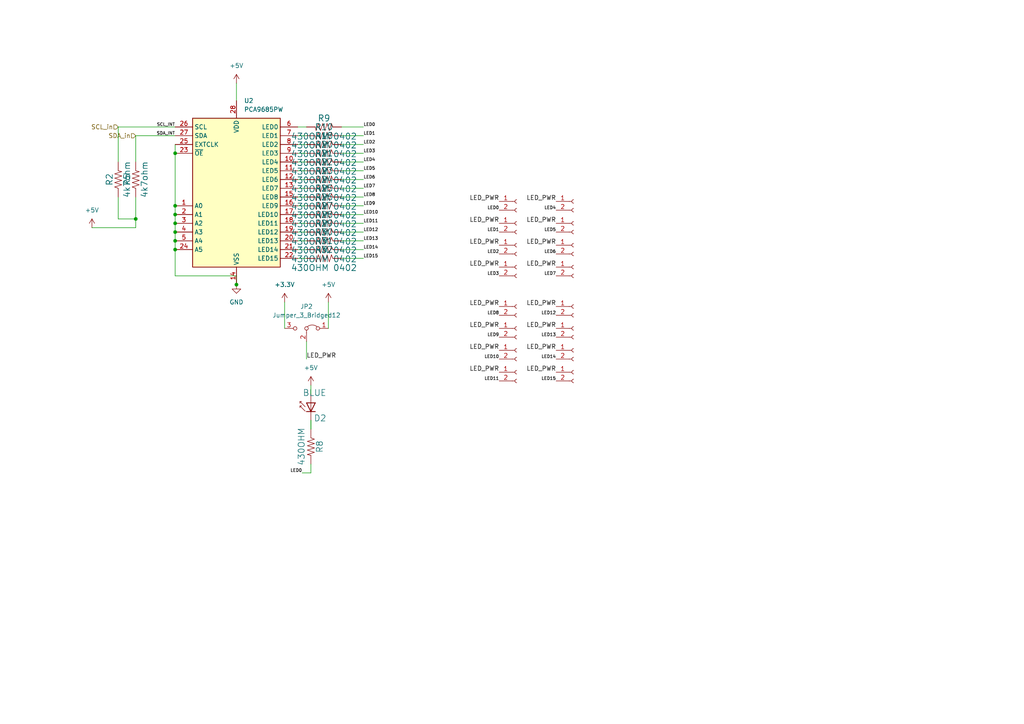
<source format=kicad_sch>
(kicad_sch (version 20231120) (generator "eeschema") (generator_version "8.0")
  (paper "A4")
  (lib_symbols
    (symbol "Connector:Conn_01x02_Socket" (pin_names (offset 1.016) hide)
      (property "Reference" "J" (at 0 2.54 0))
      (property "Value" "Conn_01x02_Socket" (at 0 -5.08 0))
      (symbol "Conn_01x02_Socket_1_1"
        (arc (start 0 -2.032) (mid -0.5058 -2.54) (end 0 -3.048) (stroke (width 0.1524)))
        (polyline (pts (xy -1.27 -2.54) (xy -0.508 -2.54)) (stroke (width 0.1524)))
        (polyline (pts (xy -1.27 0) (xy -0.508 0)) (stroke (width 0.1524)))
        (arc (start 0 0.508) (mid -0.5058 0) (end 0 -0.508) (stroke (width 0.1524)))
        (pin passive line (at -5.08 0 0) (length 3.81) (name "Pin_1") (number "1"))
        (pin passive line (at -5.08 -2.54 0) (length 3.81) (name "Pin_2") (number "2"))
      )
    )
    (symbol "Driver_LED:PCA9685PW"
      (property "Reference" "U" (at -12.7 22.225 0))
      (property "Value" "PCA9685PW" (at 1.27 22.225 0))
      (symbol "PCA9685PW_0_1"
        (rectangle (start -12.7 20.32) (end 12.7 -22.86) (stroke (width 0.254)) (fill (type background)))
      )
      (symbol "PCA9685PW_1_1"
        (pin input line (at -17.78 -5.08 0) (length 5.08) (name "A0") (number "1"))
        (pin output line (at 17.78 7.62 180) (length 5.08) (name "LED4") (number "10"))
        (pin output line (at 17.78 5.08 180) (length 5.08) (name "LED5") (number "11"))
        (pin output line (at 17.78 2.54 180) (length 5.08) (name "LED6") (number "12"))
        (pin output line (at 17.78 0 180) (length 5.08) (name "LED7") (number "13"))
        (pin power_in line (at 0 -27.94 90) (length 5.08) (name "VSS") (number "14"))
        (pin output line (at 17.78 -2.54 180) (length 5.08) (name "LED8") (number "15"))
        (pin output line (at 17.78 -5.08 180) (length 5.08) (name "LED9") (number "16"))
        (pin output line (at 17.78 -7.62 180) (length 5.08) (name "LED10") (number "17"))
        (pin output line (at 17.78 -10.16 180) (length 5.08) (name "LED11") (number "18"))
        (pin output line (at 17.78 -12.7 180) (length 5.08) (name "LED12") (number "19"))
        (pin input line (at -17.78 -7.62 0) (length 5.08) (name "A1") (number "2"))
        (pin output line (at 17.78 -15.24 180) (length 5.08) (name "LED13") (number "20"))
        (pin output line (at 17.78 -17.78 180) (length 5.08) (name "LED14") (number "21"))
        (pin output line (at 17.78 -20.32 180) (length 5.08) (name "LED15") (number "22"))
        (pin input line (at -17.78 10.16 0) (length 5.08) (name "~{OE}") (number "23"))
        (pin input line (at -17.78 -17.78 0) (length 5.08) (name "A5") (number "24"))
        (pin input line (at -17.78 12.7 0) (length 5.08) (name "EXTCLK") (number "25"))
        (pin input line (at -17.78 17.78 0) (length 5.08) (name "SCL") (number "26"))
        (pin bidirectional line (at -17.78 15.24 0) (length 5.08) (name "SDA") (number "27"))
        (pin power_in line (at 0 25.4 270) (length 5.08) (name "VDD") (number "28"))
        (pin input line (at -17.78 -10.16 0) (length 5.08) (name "A2") (number "3"))
        (pin input line (at -17.78 -12.7 0) (length 5.08) (name "A3") (number "4"))
        (pin input line (at -17.78 -15.24 0) (length 5.08) (name "A4") (number "5"))
        (pin output line (at 17.78 17.78 180) (length 5.08) (name "LED0") (number "6"))
        (pin output line (at 17.78 15.24 180) (length 5.08) (name "LED1") (number "7"))
        (pin output line (at 17.78 12.7 180) (length 5.08) (name "LED2") (number "8"))
        (pin output line (at 17.78 10.16 180) (length 5.08) (name "LED3") (number "9"))
      )
    )
    (symbol "Jumper:Jumper_3_Bridged12" (pin_names (offset 0) hide)
      (property "Reference" "JP" (at -2.54 -2.54 0))
      (property "Value" "Jumper_3_Bridged12" (at 0 2.794 0))
      (symbol "Jumper_3_Bridged12_0_0"
        (circle (center -3.302 0) (radius 0.508))
        (circle (center 0 0) (radius 0.508))
        (circle (center 3.302 0) (radius 0.508))
      )
      (symbol "Jumper_3_Bridged12_0_1"
        (arc (start -0.254 0.508) (mid -1.651 0.9912) (end -3.048 0.508))
        (polyline (pts (xy 0 -1.27) (xy 0 -0.508)))
      )
      (symbol "Jumper_3_Bridged12_1_1"
        (pin passive line (at -6.35 0 0) (length 2.54) (name "A") (number "1"))
        (pin passive line (at 0 -3.81 90) (length 2.54) (name "C") (number "2"))
        (pin passive line (at 6.35 0 180) (length 2.54) (name "B") (number "3"))
      )
    )
    (symbol "LED:LD271" (pin_numbers hide) (pin_names (offset 1.016) hide)
      (property "Reference" "D" (at 0.508 1.778 0))
      (property "Value" "LD271" (at -1.016 -2.794 0))
      (symbol "LD271_0_1"
        (polyline (pts (xy -2.54 1.27) (xy -2.54 -1.27)) (stroke (width 0.254)))
        (polyline (pts (xy 0 0) (xy -2.54 0)))
        (polyline (pts (xy 0.381 3.175) (xy -0.127 3.175)))
        (polyline (pts (xy -1.143 1.651) (xy 0.381 3.175) (xy 0.381 2.667)))
        (polyline (pts (xy 0 -1.27) (xy -2.54 0) (xy 0 1.27) (xy 0 -1.27)) (stroke (width 0.254)))
        (polyline (pts (xy -2.413 1.651) (xy -0.889 3.175) (xy -0.889 2.667) (xy -0.889 3.175) (xy -1.397 3.175)))
      )
      (symbol "LD271_1_1"
        (pin passive line (at -5.08 0 0) (length 2.54) (name "K") (number "1"))
        (pin passive line (at 2.54 0 180) (length 2.54) (name "A") (number "2"))
      )
    )
    (symbol "SparkFun_Qwiic_Micro_SAMD21E-eagle-import:10KOHM-0402-1/16W-1%"
      (property "Reference" "R" (at 0 1.524 0))
      (symbol "10KOHM-0402-1/16W-1%_1_0"
        (polyline (pts (xy -2.54 0) (xy -2.159 1.016)) (stroke (width 0.1524)))
        (polyline (pts (xy -2.159 1.016) (xy -1.524 -1.016)) (stroke (width 0.1524)))
        (polyline (pts (xy -1.524 -1.016) (xy -0.889 1.016)) (stroke (width 0.1524)))
        (polyline (pts (xy -0.889 1.016) (xy -0.254 -1.016)) (stroke (width 0.1524)))
        (polyline (pts (xy -0.254 -1.016) (xy 0.381 1.016)) (stroke (width 0.1524)))
        (polyline (pts (xy 0.381 1.016) (xy 1.016 -1.016)) (stroke (width 0.1524)))
        (polyline (pts (xy 1.016 -1.016) (xy 1.651 1.016)) (stroke (width 0.1524)))
        (polyline (pts (xy 1.651 1.016) (xy 2.286 -1.016)) (stroke (width 0.1524)))
        (polyline (pts (xy 2.286 -1.016) (xy 2.54 0)) (stroke (width 0.1524)))
        (pin passive line (at -5.08 0 0) (length 2.54) (name "1") (number "1"))
        (pin passive line (at 5.08 0 180) (length 2.54) (name "2") (number "2"))
      )
    )
    (symbol "SparkFun_Qwiic_Micro_SAMD21E-eagle-import:1KOHM-0402-1/16W-1%"
      (property "Reference" "R" (at 0 1.524 0))
      (symbol "1KOHM-0402-1/16W-1%_1_0"
        (polyline (pts (xy -2.54 0) (xy -2.159 1.016)) (stroke (width 0.1524)))
        (polyline (pts (xy -2.159 1.016) (xy -1.524 -1.016)) (stroke (width 0.1524)))
        (polyline (pts (xy -1.524 -1.016) (xy -0.889 1.016)) (stroke (width 0.1524)))
        (polyline (pts (xy -0.889 1.016) (xy -0.254 -1.016)) (stroke (width 0.1524)))
        (polyline (pts (xy -0.254 -1.016) (xy 0.381 1.016)) (stroke (width 0.1524)))
        (polyline (pts (xy 0.381 1.016) (xy 1.016 -1.016)) (stroke (width 0.1524)))
        (polyline (pts (xy 1.016 -1.016) (xy 1.651 1.016)) (stroke (width 0.1524)))
        (polyline (pts (xy 1.651 1.016) (xy 2.286 -1.016)) (stroke (width 0.1524)))
        (polyline (pts (xy 2.286 -1.016) (xy 2.54 0)) (stroke (width 0.1524)))
        (pin passive line (at -5.08 0 0) (length 2.54) (name "1") (number "1"))
        (pin passive line (at 5.08 0 180) (length 2.54) (name "2") (number "2"))
      )
    )
    (symbol "power:+3.3V" (power) (pin_names (offset 0))
      (property "Value" "+3.3V" (at 0 3.556 0))
      (symbol "+3.3V_0_1"
        (polyline (pts (xy -0.762 1.27) (xy 0 2.54)))
        (polyline (pts (xy 0 0) (xy 0 2.54)))
        (polyline (pts (xy 0 2.54) (xy 0.762 1.27)))
      )
      (symbol "+3.3V_1_1"
        (pin power_in line (at 0 0 90) (length 0) hide (name "+3.3V") (number "1"))
      )
    )
    (symbol "power:+5V" (power) (pin_names (offset 0))
      (property "Value" "+5V" (at 0 3.556 0))
      (symbol "+5V_0_1"
        (polyline (pts (xy -0.762 1.27) (xy 0 2.54)))
        (polyline (pts (xy 0 0) (xy 0 2.54)))
        (polyline (pts (xy 0 2.54) (xy 0.762 1.27)))
      )
      (symbol "+5V_1_1"
        (pin power_in line (at 0 0 90) (length 0) hide (name "+5V") (number "1"))
      )
    )
    (symbol "power:GND" (power) (pin_names (offset 0))
      (property "Value" "GND" (at 0 -3.81 0))
      (symbol "GND_0_1"
        (polyline (pts (xy 0 0) (xy 0 -1.27) (xy 1.27 -1.27) (xy 0 -2.54) (xy -1.27 -1.27) (xy 0 -1.27)))
      )
      (symbol "GND_1_1"
        (pin power_in line (at 0 0 270) (length 0) hide (name "GND") (number "1"))
      )
    )
  )
  (junction (at 39.37 63.5))
  (junction (at 50.8 72.39))
  (junction (at 50.8 59.69))
  (junction (at 50.8 69.85))
  (junction (at 50.8 67.31))
  (junction (at 50.8 64.77))
  (junction (at 68.58 82.55))
  (junction (at 50.8 44.45))
  (junction (at 50.8 62.23))
  (wire (pts (xy 88.9 44.45) (xy 86.36 44.45)))
  (wire (pts (xy 88.9 69.85) (xy 86.36 69.85)))
  (wire (pts (xy 88.9 64.77) (xy 86.36 64.77)))
  (wire (pts (xy 50.8 59.69) (xy 50.8 62.23)))
  (wire (pts (xy 39.37 57.15) (xy 39.37 63.5)))
  (wire (pts (xy 88.9 49.53) (xy 86.36 49.53)))
  (wire (pts (xy 105.41 74.93) (xy 99.06 74.93)))
  (wire (pts (xy 105.41 41.91) (xy 99.06 41.91)))
  (wire (pts (xy 39.37 39.37) (xy 39.37 46.99)))
  (wire (pts (xy 105.41 54.61) (xy 99.06 54.61)))
  (wire (pts (xy 88.9 74.93) (xy 86.36 74.93)))
  (wire (pts (xy 50.8 44.45) (xy 50.8 59.69)))
  (wire (pts (xy 105.41 44.45) (xy 99.06 44.45)))
  (wire (pts (xy 105.41 49.53) (xy 99.06 49.53)))
  (wire (pts (xy 34.29 57.15) (xy 34.29 63.5)))
  (wire (pts (xy 105.41 39.37) (xy 99.06 39.37)))
  (wire (pts (xy 50.8 67.31) (xy 50.8 69.85)))
  (wire (pts (xy 68.58 80.01) (xy 68.58 82.55)))
  (wire (pts (xy 88.9 62.23) (xy 86.36 62.23)))
  (wire (pts (xy 105.41 69.85) (xy 99.06 69.85)))
  (wire (pts (xy 50.8 41.91) (xy 50.8 44.45)))
  (wire (pts (xy 88.9 99.06) (xy 88.9 104.14)))
  (wire (pts (xy 105.41 46.99) (xy 99.06 46.99)))
  (wire (pts (xy 88.9 54.61) (xy 86.36 54.61)))
  (wire (pts (xy 34.29 36.83) (xy 34.29 46.99)))
  (wire (pts (xy 88.9 59.69) (xy 86.36 59.69)))
  (wire (pts (xy 90.17 121.92) (xy 90.17 124.46)))
  (wire (pts (xy 88.9 67.31) (xy 86.36 67.31)))
  (wire (pts (xy 105.41 72.39) (xy 99.06 72.39)))
  (wire (pts (xy 50.8 62.23) (xy 50.8 64.77)))
  (wire (pts (xy 105.41 57.15) (xy 99.06 57.15)))
  (wire (pts (xy 105.41 52.07) (xy 99.06 52.07)))
  (wire (pts (xy 105.41 67.31) (xy 99.06 67.31)))
  (wire (pts (xy 50.8 69.85) (xy 50.8 72.39)))
  (wire (pts (xy 50.8 72.39) (xy 50.8 80.01)))
  (wire (pts (xy 90.17 134.62) (xy 90.17 137.16)) (stroke (width 0.1524)))
  (wire (pts (xy 105.41 59.69) (xy 99.06 59.69)))
  (wire (pts (xy 88.9 72.39) (xy 86.36 72.39)))
  (wire (pts (xy 90.17 114.3) (xy 90.17 111.76)) (stroke (width 0.1524)))
  (wire (pts (xy 88.9 52.07) (xy 86.36 52.07)))
  (wire (pts (xy 90.17 121.92) (xy 90.17 124.46)) (stroke (width 0.1524)))
  (wire (pts (xy 50.8 80.01) (xy 68.58 80.01)))
  (wire (pts (xy 88.9 39.37) (xy 86.36 39.37)))
  (wire (pts (xy 90.17 137.16) (xy 87.63 137.16)) (stroke (width 0.1524)))
  (wire (pts (xy 39.37 66.04) (xy 39.37 63.5)))
  (wire (pts (xy 50.8 64.77) (xy 50.8 67.31)))
  (wire (pts (xy 95.25 87.63) (xy 95.25 95.25)))
  (wire (pts (xy 34.29 63.5) (xy 39.37 63.5)))
  (wire (pts (xy 105.41 62.23) (xy 99.06 62.23)))
  (wire (pts (xy 82.55 87.63) (xy 82.55 95.25)))
  (wire (pts (xy 68.58 24.13) (xy 68.58 29.21)))
  (wire (pts (xy 50.8 39.37) (xy 39.37 39.37)))
  (wire (pts (xy 88.9 57.15) (xy 86.36 57.15)))
  (wire (pts (xy 105.41 64.77) (xy 99.06 64.77)))
  (wire (pts (xy 26.67 66.04) (xy 39.37 66.04)))
  (wire (pts (xy 88.9 41.91) (xy 86.36 41.91)))
  (wire (pts (xy 105.41 36.83) (xy 99.06 36.83)))
  (wire (pts (xy 88.9 36.83) (xy 86.36 36.83)))
  (wire (pts (xy 50.8 36.83) (xy 34.29 36.83)))
  (wire (pts (xy 88.9 46.99) (xy 86.36 46.99)))
  (label "LED4" (at 105.41 46.99 0) (effects (font (size 0.889 0.889))))
  (label "LED9" (at 144.78 97.79 180) (effects (font (size 0.889 0.889))))
  (label "LED14" (at 161.29 104.14 180) (effects (font (size 0.889 0.889))))
  (label "LED2" (at 105.41 41.91 0) (effects (font (size 0.889 0.889))))
  (label "LED0" (at 144.78 60.96 180) (effects (font (size 0.889 0.889))))
  (label "LED11" (at 105.41 64.77 0) (effects (font (size 0.889 0.889))))
  (label "LED6" (at 105.41 52.07 0) (effects (font (size 0.889 0.889))))
  (label "LED1" (at 105.41 39.37 0) (effects (font (size 0.889 0.889))))
  (label "LED_PWR" (at 161.29 95.25 180))
  (label "LED10" (at 144.78 104.14 180) (effects (font (size 0.889 0.889))))
  (label "SCL_INT" (at 50.8 36.83 180) (effects (font (size 0.889 0.889))))
  (label "LED14" (at 105.41 72.39 0) (effects (font (size 0.889 0.889))))
  (label "LED7" (at 161.29 80.01 180) (effects (font (size 0.889 0.889))))
  (label "LED12" (at 161.29 91.44 180) (effects (font (size 0.889 0.889))))
  (label "LED15" (at 161.29 110.49 180) (effects (font (size 0.889 0.889))))
  (label "LED_PWR" (at 144.78 58.42 180))
  (label "LED11" (at 144.78 110.49 180) (effects (font (size 0.889 0.889))))
  (label "LED_PWR" (at 161.29 88.9 180))
  (label "LED9" (at 105.41 59.69 0) (effects (font (size 0.889 0.889))))
  (label "LED3" (at 105.41 44.45 0) (effects (font (size 0.889 0.889))))
  (label "LED15" (at 105.41 74.93 0) (effects (font (size 0.889 0.889))))
  (label "LED3" (at 144.78 80.01 180) (effects (font (size 0.889 0.889))))
  (label "LED_PWR" (at 144.78 101.6 180))
  (label "LED_PWR" (at 144.78 88.9 180))
  (label "LED_PWR" (at 144.78 95.25 180))
  (label "LED1" (at 144.78 67.31 180) (effects (font (size 0.889 0.889))))
  (label "LED13" (at 105.41 69.85 0) (effects (font (size 0.889 0.889))))
  (label "LED4" (at 161.29 60.96 180) (effects (font (size 0.889 0.889))))
  (label "LED13" (at 161.29 97.79 180) (effects (font (size 0.889 0.889))))
  (label "LED5" (at 161.29 67.31 180) (effects (font (size 0.889 0.889))))
  (label "LED8" (at 105.41 57.15 0) (effects (font (size 0.889 0.889))))
  (label "LED0" (at 105.41 36.83 0) (effects (font (size 0.889 0.889))))
  (label "LED_PWR" (at 144.78 71.12 180))
  (label "LED5" (at 105.41 49.53 0) (effects (font (size 0.889 0.889))))
  (label "LED8" (at 144.78 91.44 180) (effects (font (size 0.889 0.889))))
  (label "LED10" (at 105.41 62.23 0) (effects (font (size 0.889 0.889))))
  (label "LED_PWR" (at 161.29 101.6 180))
  (label "LED_PWR" (at 161.29 107.95 180))
  (label "LED12" (at 105.41 67.31 0) (effects (font (size 0.889 0.889))))
  (label "LED2" (at 144.78 73.66 180) (effects (font (size 0.889 0.889))))
  (label "LED_PWR" (at 144.78 77.47 180))
  (label "LED0" (at 87.63 137.16 180) (effects (font (size 0.889 0.889))))
  (label "LED_PWR" (at 161.29 77.47 180))
  (label "LED7" (at 105.41 54.61 0) (effects (font (size 0.889 0.889))))
  (label "LED_PWR" (at 161.29 71.12 180))
  (label "LED6" (at 161.29 73.66 180) (effects (font (size 0.889 0.889))))
  (label "LED_PWR" (at 161.29 64.77 180))
  (label "LED_PWR" (at 161.29 58.42 180))
  (label "SDA_INT" (at 50.8 39.37 180) (effects (font (size 0.889 0.889))))
  (label "LED_PWR" (at 88.9 104.14 0))
  (label "LED_PWR" (at 144.78 107.95 180))
  (label "LED_PWR" (at 144.78 64.77 180))
  (hierarchical_label "SDA_in" (shape input) (at 39.37 39.37 180))
  (hierarchical_label "SCL_in" (shape input) (at 34.29 36.83 180))
  (symbol (lib_id "SparkFun_Qwiic_Micro_SAMD21E-eagle-import:1KOHM-0402-1/16W-1%") (at 93.98 52.07 0) (mirror y) (unit 1)
    (property "Reference" "R23" (at 93.98 50.546 0) (effects (font (size 1.778 1.778)) (justify bottom)))
    (property "Value" "430OHM 0402" (at 93.98 53.7972 0) (effects (font (size 1.778 1.778)) (justify top)))
    (property "Footprint" "Resistor_SMD:R_0402_1005Metric_Pad0.72x0.64mm_HandSolder" (effects (hide yes)))
    (property "Mouser Part Number" "603-RC0402JR-07430RL" (effects (hide yes)))
  )
  (symbol (lib_id "Connector:Conn_01x02_Socket") (at 149.86 107.95 0) (unit 1)
    (property "Reference" "J22" (effects (hide yes)))
    (property "Value" "Conn_01x02_Socket" (effects (hide yes)))
    (property "Footprint" "SnapEDA Library:jst_gh_2p_1.25" (effects (hide yes)))
  )
  (symbol (lib_id "SparkFun_Qwiic_Micro_SAMD21E-eagle-import:1KOHM-0402-1/16W-1%") (at 93.98 72.39 0) (mirror y) (unit 1)
    (property "Reference" "R31" (at 93.98 70.866 0) (effects (font (size 1.778 1.778)) (justify bottom)))
    (property "Value" "430OHM 0402" (at 93.98 74.1172 0) (effects (font (size 1.778 1.778)) (justify top)))
    (property "Footprint" "Resistor_SMD:R_0402_1005Metric_Pad0.72x0.64mm_HandSolder" (effects (hide yes)))
    (property "Mouser Part Number" "603-RC0402JR-07430RL" (effects (hide yes)))
  )
  (symbol (lib_id "Connector:Conn_01x02_Socket") (at 149.86 101.6 0) (unit 1)
    (property "Reference" "J21" (effects (hide yes)))
    (property "Value" "Conn_01x02_Socket" (effects (hide yes)))
    (property "Footprint" "SnapEDA Library:jst_gh_2p_1.25" (effects (hide yes)))
  )
  (symbol (lib_id "SparkFun_Qwiic_Micro_SAMD21E-eagle-import:1KOHM-0402-1/16W-1%") (at 93.98 49.53 0) (mirror y) (unit 1)
    (property "Reference" "R22" (at 93.98 48.006 0) (effects (font (size 1.778 1.778)) (justify bottom)))
    (property "Value" "430OHM 0402" (at 93.98 51.2572 0) (effects (font (size 1.778 1.778)) (justify top)))
    (property "Footprint" "Resistor_SMD:R_0402_1005Metric_Pad0.72x0.64mm_HandSolder" (effects (hide yes)))
    (property "Mouser Part Number" "603-RC0402JR-07430RL" (effects (hide yes)))
  )
  (symbol (lib_id "Connector:Conn_01x02_Socket") (at 166.37 107.95 0) (unit 1)
    (property "Reference" "J26" (effects (hide yes)))
    (property "Value" "Conn_01x02_Socket" (effects (hide yes)))
    (property "Footprint" "SnapEDA Library:jst_gh_2p_1.25" (effects (hide yes)))
  )
  (symbol (lib_id "SparkFun_Qwiic_Micro_SAMD21E-eagle-import:10KOHM-0402-1/16W-1%") (at 39.37 52.07 90) (unit 1)
    (property "Reference" "R5" (at 37.846 52.07 0) (effects (font (size 1.778 1.778)) (justify bottom)))
    (property "Value" "4k7ohm" (at 40.894 52.07 0) (effects (font (size 1.778 1.778)) (justify top)))
    (property "Footprint" "Resistor_SMD:R_0805_2012Metric_Pad1.20x1.40mm_HandSolder" (effects (hide yes)))
    (property "Mouser Part Number" "708-RMCF0805FT4K70" (effects (hide yes)))
  )
  (symbol (lib_id "Driver_LED:PCA9685PW") (at 68.58 54.61 0) (unit 1)
    (property "Reference" "U2" (at 70.7741 29.21 0) (effects (justify left)))
    (property "Value" "PCA9685PW" (at 70.7741 31.75 0) (effects (justify left)))
    (property "Footprint" "Package_SO:TSSOP-28_4.4x9.7mm_P0.65mm" (effects (hide yes)))
    (property "Datasheet" "http://www.nxp.com/docs/en/data-sheet/PCA9685.pdf" (effects (hide yes)))
    (property "Mouser Part Number" "771-PCA9685PW,112" (effects (hide yes)))
  )
  (symbol (lib_id "SparkFun_Qwiic_Micro_SAMD21E-eagle-import:1KOHM-0402-1/16W-1%") (at 93.98 67.31 0) (mirror y) (unit 1)
    (property "Reference" "R29" (at 93.98 65.786 0) (effects (font (size 1.778 1.778)) (justify bottom)))
    (property "Value" "430OHM 0402" (at 93.98 69.0372 0) (effects (font (size 1.778 1.778)) (justify top)))
    (property "Footprint" "Resistor_SMD:R_0402_1005Metric_Pad0.72x0.64mm_HandSolder" (effects (hide yes)))
    (property "Mouser Part Number" "603-RC0402JR-07430RL" (effects (hide yes)))
  )
  (symbol (lib_id "LED:LD271") (at 90.17 116.84 90) (unit 1)
    (property "Reference" "D2" (at 94.742 120.269 90) (effects (font (size 1.778 1.778)) (justify left bottom)))
    (property "Value" "BLUE" (at 94.742 114.935 90) (effects (font (size 1.778 1.778)) (justify left top)))
    (property "Footprint" "LED_SMD:LED_0805_2012Metric_Pad1.15x1.40mm_HandSolder" (effects (hide yes)))
    (property "Datasheet" "http://www.alliedelec.com/m/d/40788c34903a719969df15f1fbea1056.pdf" (effects (hide yes)))
    (property "Mouser Part Number" "710-150080BS75000" (effects (hide yes)))
  )
  (symbol (lib_id "power:+3.3V") (at 82.55 87.63 0) (unit 1)
    (property "Reference" "#PWR022" (effects (hide yes)))
    (property "Value" "+3.3V" (at 82.55 82.55 0))
  )
  (symbol (lib_id "SparkFun_Qwiic_Micro_SAMD21E-eagle-import:1KOHM-0402-1/16W-1%") (at 93.98 44.45 0) (mirror y) (unit 1)
    (property "Reference" "R20" (at 93.98 42.926 0) (effects (font (size 1.778 1.778)) (justify bottom)))
    (property "Value" "430OHM 0402" (at 93.98 46.1772 0) (effects (font (size 1.778 1.778)) (justify top)))
    (property "Footprint" "Resistor_SMD:R_0402_1005Metric_Pad0.72x0.64mm_HandSolder" (effects (hide yes)))
    (property "Mouser Part Number" "603-RC0402JR-07430RL" (effects (hide yes)))
  )
  (symbol (lib_id "SparkFun_Qwiic_Micro_SAMD21E-eagle-import:1KOHM-0402-1/16W-1%") (at 93.98 39.37 0) (mirror y) (unit 1)
    (property "Reference" "R10" (at 93.98 37.846 0) (effects (font (size 1.778 1.778)) (justify bottom)))
    (property "Value" "430OHM 0402" (at 93.98 41.0972 0) (effects (font (size 1.778 1.778)) (justify top)))
    (property "Footprint" "Resistor_SMD:R_0402_1005Metric_Pad0.72x0.64mm_HandSolder" (effects (hide yes)))
    (property "Mouser Part Number" "603-RC0402JR-07430RL" (effects (hide yes)))
  )
  (symbol (lib_id "Connector:Conn_01x02_Socket") (at 149.86 95.25 0) (unit 1)
    (property "Reference" "J20" (effects (hide yes)))
    (property "Value" "Conn_01x02_Socket" (effects (hide yes)))
    (property "Footprint" "SnapEDA Library:jst_gh_2p_1.25" (effects (hide yes)))
  )
  (symbol (lib_id "Connector:Conn_01x02_Socket") (at 149.86 58.42 0) (unit 1)
    (property "Reference" "J11" (effects (hide yes)))
    (property "Value" "Conn_01x02_Socket" (effects (hide yes)))
    (property "Footprint" "SnapEDA Library:jst_gh_2p_1.25" (effects (hide yes)))
  )
  (symbol (lib_id "SparkFun_Qwiic_Micro_SAMD21E-eagle-import:1KOHM-0402-1/16W-1%") (at 93.98 46.99 0) (mirror y) (unit 1)
    (property "Reference" "R21" (at 93.98 45.466 0) (effects (font (size 1.778 1.778)) (justify bottom)))
    (property "Value" "430OHM 0402" (at 93.98 48.7172 0) (effects (font (size 1.778 1.778)) (justify top)))
    (property "Footprint" "Resistor_SMD:R_0402_1005Metric_Pad0.72x0.64mm_HandSolder" (effects (hide yes)))
    (property "Mouser Part Number" "603-RC0402JR-07430RL" (effects (hide yes)))
  )
  (symbol (lib_id "Connector:Conn_01x02_Socket") (at 166.37 64.77 0) (unit 1)
    (property "Reference" "J16" (effects (hide yes)))
    (property "Value" "Conn_01x02_Socket" (effects (hide yes)))
    (property "Footprint" "SnapEDA Library:jst_gh_2p_1.25" (effects (hide yes)))
  )
  (symbol (lib_id "Jumper:Jumper_3_Bridged12") (at 88.9 95.25 0) (mirror y) (unit 1)
    (property "Reference" "JP2" (at 88.9 88.9 0))
    (property "Value" "Jumper_3_Bridged12" (at 88.9 91.44 0))
    (property "Footprint" "Jumper:SolderJumper-3_P1.3mm_Bridged12_RoundedPad1.0x1.5mm" (effects (hide yes)))
  )
  (symbol (lib_id "power:+5V") (at 90.17 111.76 0) (unit 1)
    (property "Reference" "#PWR018" (effects (hide yes)))
    (property "Value" "+5V" (at 90.17 106.68 0))
  )
  (symbol (lib_id "power:+5V") (at 95.25 87.63 0) (unit 1)
    (property "Reference" "#PWR023" (effects (hide yes)))
    (property "Value" "+5V" (at 95.25 82.55 0))
  )
  (symbol (lib_id "power:GND") (at 68.58 82.55 0) (unit 1)
    (property "Reference" "#PWR09" (effects (hide yes)))
    (property "Value" "GND" (at 68.58 87.63 0))
  )
  (symbol (lib_id "SparkFun_Qwiic_Micro_SAMD21E-eagle-import:1KOHM-0402-1/16W-1%") (at 93.98 62.23 0) (mirror y) (unit 1)
    (property "Reference" "R27" (at 93.98 60.706 0) (effects (font (size 1.778 1.778)) (justify bottom)))
    (property "Value" "430OHM 0402" (at 93.98 63.9572 0) (effects (font (size 1.778 1.778)) (justify top)))
    (property "Footprint" "Resistor_SMD:R_0402_1005Metric_Pad0.72x0.64mm_HandSolder" (effects (hide yes)))
    (property "Mouser Part Number" "603-RC0402JR-07430RL" (effects (hide yes)))
  )
  (symbol (lib_id "SparkFun_Qwiic_Micro_SAMD21E-eagle-import:1KOHM-0402-1/16W-1%") (at 93.98 69.85 0) (mirror y) (unit 1)
    (property "Reference" "R30" (at 93.98 68.326 0) (effects (font (size 1.778 1.778)) (justify bottom)))
    (property "Value" "430OHM 0402" (at 93.98 71.5772 0) (effects (font (size 1.778 1.778)) (justify top)))
    (property "Footprint" "Resistor_SMD:R_0402_1005Metric_Pad0.72x0.64mm_HandSolder" (effects (hide yes)))
    (property "Mouser Part Number" "603-RC0402JR-07430RL" (effects (hide yes)))
  )
  (symbol (lib_id "Connector:Conn_01x02_Socket") (at 149.86 71.12 0) (unit 1)
    (property "Reference" "J13" (effects (hide yes)))
    (property "Value" "Conn_01x02_Socket" (effects (hide yes)))
    (property "Footprint" "SnapEDA Library:jst_gh_2p_1.25" (effects (hide yes)))
  )
  (symbol (lib_id "Connector:Conn_01x02_Socket") (at 166.37 71.12 0) (unit 1)
    (property "Reference" "J17" (effects (hide yes)))
    (property "Value" "Conn_01x02_Socket" (effects (hide yes)))
    (property "Footprint" "SnapEDA Library:jst_gh_2p_1.25" (effects (hide yes)))
  )
  (symbol (lib_id "SparkFun_Qwiic_Micro_SAMD21E-eagle-import:1KOHM-0402-1/16W-1%") (at 93.98 59.69 0) (mirror y) (unit 1)
    (property "Reference" "R26" (at 93.98 58.166 0) (effects (font (size 1.778 1.778)) (justify bottom)))
    (property "Value" "430OHM 0402" (at 93.98 61.4172 0) (effects (font (size 1.778 1.778)) (justify top)))
    (property "Footprint" "Resistor_SMD:R_0402_1005Metric_Pad0.72x0.64mm_HandSolder" (effects (hide yes)))
    (property "Mouser Part Number" "603-RC0402JR-07430RL" (effects (hide yes)))
  )
  (symbol (lib_id "SparkFun_Qwiic_Micro_SAMD21E-eagle-import:1KOHM-0402-1/16W-1%") (at 93.98 36.83 0) (mirror y) (unit 1)
    (property "Reference" "R9" (at 93.98 35.306 0) (effects (font (size 1.778 1.778)) (justify bottom)))
    (property "Value" "430OHM 0402" (at 93.98 38.5572 0) (effects (font (size 1.778 1.778)) (justify top)))
    (property "Footprint" "Resistor_SMD:R_0402_1005Metric_Pad0.72x0.64mm_HandSolder" (effects (hide yes)))
    (property "Mouser Part Number" "603-RC0402JR-07430RL" (effects (hide yes)))
  )
  (symbol (lib_id "Connector:Conn_01x02_Socket") (at 149.86 88.9 0) (unit 1)
    (property "Reference" "J19" (effects (hide yes)))
    (property "Value" "Conn_01x02_Socket" (effects (hide yes)))
    (property "Footprint" "SnapEDA Library:jst_gh_2p_1.25" (effects (hide yes)))
  )
  (symbol (lib_id "Connector:Conn_01x02_Socket") (at 166.37 95.25 0) (unit 1)
    (property "Reference" "J24" (effects (hide yes)))
    (property "Value" "Conn_01x02_Socket" (effects (hide yes)))
    (property "Footprint" "SnapEDA Library:jst_gh_2p_1.25" (effects (hide yes)))
  )
  (symbol (lib_id "SparkFun_Qwiic_Micro_SAMD21E-eagle-import:1KOHM-0402-1/16W-1%") (at 93.98 57.15 0) (mirror y) (unit 1)
    (property "Reference" "R25" (at 93.98 55.626 0) (effects (font (size 1.778 1.778)) (justify bottom)))
    (property "Value" "430OHM 0402" (at 93.98 58.8772 0) (effects (font (size 1.778 1.778)) (justify top)))
    (property "Footprint" "Resistor_SMD:R_0402_1005Metric_Pad0.72x0.64mm_HandSolder" (effects (hide yes)))
    (property "Mouser Part Number" "603-RC0402JR-07430RL" (effects (hide yes)))
  )
  (symbol (lib_id "Connector:Conn_01x02_Socket") (at 149.86 64.77 0) (unit 1)
    (property "Reference" "J12" (effects (hide yes)))
    (property "Value" "Conn_01x02_Socket" (effects (hide yes)))
    (property "Footprint" "SnapEDA Library:jst_gh_2p_1.25" (effects (hide yes)))
  )
  (symbol (lib_id "Connector:Conn_01x02_Socket") (at 149.86 77.47 0) (unit 1)
    (property "Reference" "J14" (effects (hide yes)))
    (property "Value" "Conn_01x02_Socket" (effects (hide yes)))
    (property "Footprint" "SnapEDA Library:jst_gh_2p_1.25" (effects (hide yes)))
  )
  (symbol (lib_id "power:+5V") (at 68.58 24.13 0) (unit 1)
    (property "Reference" "#PWR06" (effects (hide yes)))
    (property "Value" "+5V" (at 68.58 19.05 0))
  )
  (symbol (lib_id "Connector:Conn_01x02_Socket") (at 166.37 58.42 0) (unit 1)
    (property "Reference" "J15" (effects (hide yes)))
    (property "Value" "Conn_01x02_Socket" (effects (hide yes)))
    (property "Footprint" "SnapEDA Library:jst_gh_2p_1.25" (effects (hide yes)))
  )
  (symbol (lib_id "Connector:Conn_01x02_Socket") (at 166.37 88.9 0) (unit 1)
    (property "Reference" "J23" (effects (hide yes)))
    (property "Value" "Conn_01x02_Socket" (effects (hide yes)))
    (property "Footprint" "SnapEDA Library:jst_gh_2p_1.25" (effects (hide yes)))
  )
  (symbol (lib_id "power:+5V") (at 26.67 66.04 0) (unit 1)
    (property "Reference" "#PWR01" (effects (hide yes)))
    (property "Value" "+5V" (at 26.67 60.96 0))
  )
  (symbol (lib_id "Connector:Conn_01x02_Socket") (at 166.37 101.6 0) (unit 1)
    (property "Reference" "J25" (effects (hide yes)))
    (property "Value" "Conn_01x02_Socket" (effects (hide yes)))
    (property "Footprint" "SnapEDA Library:jst_gh_2p_1.25" (effects (hide yes)))
  )
  (symbol (lib_id "SparkFun_Qwiic_Micro_SAMD21E-eagle-import:1KOHM-0402-1/16W-1%") (at 93.98 74.93 0) (mirror y) (unit 1)
    (property "Reference" "R32" (at 93.98 73.406 0) (effects (font (size 1.778 1.778)) (justify bottom)))
    (property "Value" "430OHM 0402" (at 93.98 76.6572 0) (effects (font (size 1.778 1.778)) (justify top)))
    (property "Footprint" "Resistor_SMD:R_0402_1005Metric_Pad0.72x0.64mm_HandSolder" (effects (hide yes)))
    (property "Mouser Part Number" "603-RC0402JR-07430RL" (effects (hide yes)))
  )
  (symbol (lib_id "SparkFun_Qwiic_Micro_SAMD21E-eagle-import:1KOHM-0402-1/16W-1%") (at 93.98 54.61 0) (mirror y) (unit 1)
    (property "Reference" "R24" (at 93.98 53.086 0) (effects (font (size 1.778 1.778)) (justify bottom)))
    (property "Value" "430OHM 0402" (at 93.98 56.3372 0) (effects (font (size 1.778 1.778)) (justify top)))
    (property "Footprint" "Resistor_SMD:R_0402_1005Metric_Pad0.72x0.64mm_HandSolder" (effects (hide yes)))
    (property "Mouser Part Number" "603-RC0402JR-07430RL" (effects (hide yes)))
  )
  (symbol (lib_id "SparkFun_Qwiic_Micro_SAMD21E-eagle-import:1KOHM-0402-1/16W-1%") (at 90.17 129.54 270) (unit 1)
    (property "Reference" "R8" (at 91.694 129.54 0) (effects (font (size 1.778 1.778)) (justify bottom)))
    (property "Value" "430OHM" (at 88.4428 129.54 0) (effects (font (size 1.778 1.778)) (justify top)))
    (property "Footprint" "Resistor_SMD:R_0805_2012Metric_Pad1.20x1.40mm_HandSolder" (effects (hide yes)))
    (property "Mouser Part Number" "652-CR0805JW-431ELF" (effects (hide yes)))
  )
  (symbol (lib_id "Connector:Conn_01x02_Socket") (at 166.37 77.47 0) (unit 1)
    (property "Reference" "J18" (effects (hide yes)))
    (property "Value" "Conn_01x02_Socket" (effects (hide yes)))
    (property "Footprint" "SnapEDA Library:jst_gh_2p_1.25" (effects (hide yes)))
  )
  (symbol (lib_id "SparkFun_Qwiic_Micro_SAMD21E-eagle-import:10KOHM-0402-1/16W-1%") (at 34.29 52.07 90) (unit 1)
    (property "Reference" "R2" (at 32.766 52.07 0) (effects (font (size 1.778 1.778)) (justify bottom)))
    (property "Value" "4k7ohm" (at 35.814 52.07 0) (effects (font (size 1.778 1.778)) (justify top)))
    (property "Footprint" "Resistor_SMD:R_0805_2012Metric_Pad1.20x1.40mm_HandSolder" (effects (hide yes)))
    (property "Mouser Part Number" "708-RMCF0805FT4K70" (effects (hide yes)))
  )
  (symbol (lib_id "SparkFun_Qwiic_Micro_SAMD21E-eagle-import:1KOHM-0402-1/16W-1%") (at 93.98 41.91 0) (mirror y) (unit 1)
    (property "Reference" "R18" (at 93.98 40.386 0) (effects (font (size 1.778 1.778)) (justify bottom)))
    (property "Value" "430OHM 0402" (at 93.98 43.6372 0) (effects (font (size 1.778 1.778)) (justify top)))
    (property "Footprint" "Resistor_SMD:R_0402_1005Metric_Pad0.72x0.64mm_HandSolder" (effects (hide yes)))
    (property "Mouser Part Number" "603-RC0402JR-07430RL" (effects (hide yes)))
  )
  (symbol (lib_id "SparkFun_Qwiic_Micro_SAMD21E-eagle-import:1KOHM-0402-1/16W-1%") (at 93.98 64.77 0) (mirror y) (unit 1)
    (property "Reference" "R28" (at 93.98 63.246 0) (effects (font (size 1.778 1.778)) (justify bottom)))
    (property "Value" "430OHM 0402" (at 93.98 66.4972 0) (effects (font (size 1.778 1.778)) (justify top)))
    (property "Footprint" "Resistor_SMD:R_0402_1005Metric_Pad0.72x0.64mm_HandSolder" (effects (hide yes)))
    (property "Mouser Part Number" "603-RC0402JR-07430RL" (effects (hide yes)))
  )
)
</source>
